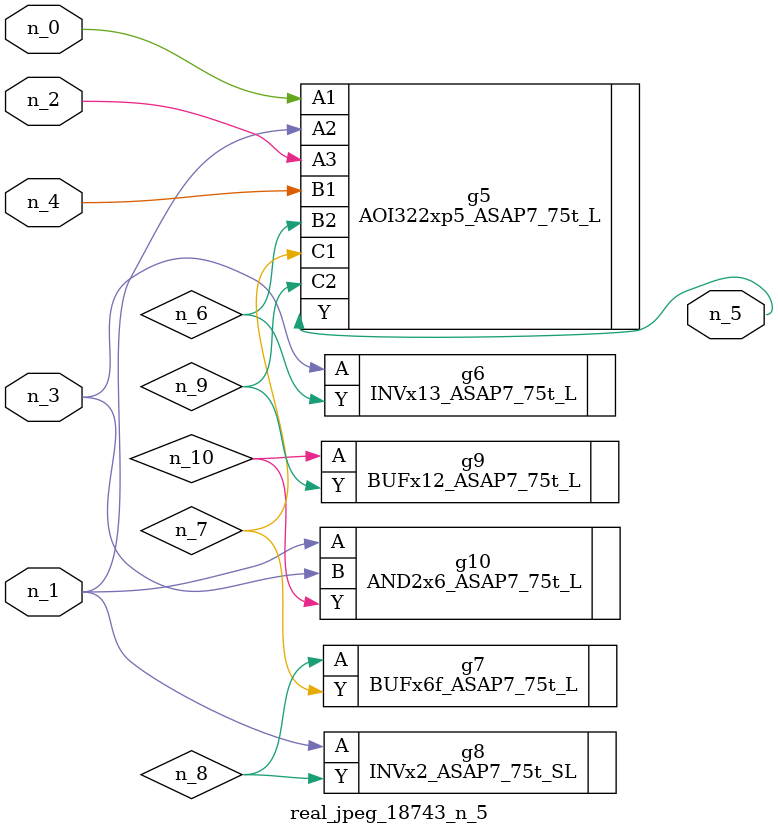
<source format=v>
module real_jpeg_18743_n_5 (n_4, n_0, n_1, n_2, n_3, n_5);

input n_4;
input n_0;
input n_1;
input n_2;
input n_3;

output n_5;

wire n_8;
wire n_6;
wire n_7;
wire n_10;
wire n_9;

AOI322xp5_ASAP7_75t_L g5 ( 
.A1(n_0),
.A2(n_1),
.A3(n_2),
.B1(n_4),
.B2(n_6),
.C1(n_7),
.C2(n_9),
.Y(n_5)
);

INVx2_ASAP7_75t_SL g8 ( 
.A(n_1),
.Y(n_8)
);

AND2x6_ASAP7_75t_L g10 ( 
.A(n_1),
.B(n_3),
.Y(n_10)
);

INVx13_ASAP7_75t_L g6 ( 
.A(n_3),
.Y(n_6)
);

BUFx6f_ASAP7_75t_L g7 ( 
.A(n_8),
.Y(n_7)
);

BUFx12_ASAP7_75t_L g9 ( 
.A(n_10),
.Y(n_9)
);


endmodule
</source>
